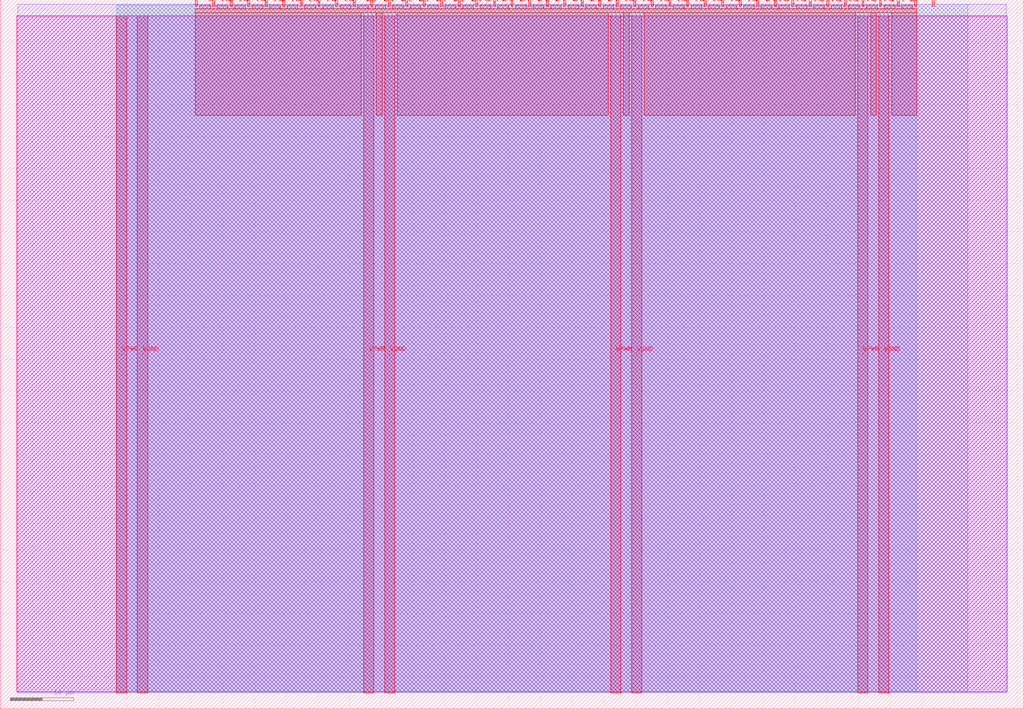
<source format=lef>
VERSION 5.7 ;
  NOWIREEXTENSIONATPIN ON ;
  DIVIDERCHAR "/" ;
  BUSBITCHARS "[]" ;
MACRO tt_um_lif_clarencechan28
  CLASS BLOCK ;
  FOREIGN tt_um_lif_clarencechan28 ;
  ORIGIN 0.000 0.000 ;
  SIZE 161.000 BY 111.520 ;
  PIN VGND
    DIRECTION INOUT ;
    USE GROUND ;
    PORT
      LAYER met4 ;
        RECT 21.580 2.480 23.180 109.040 ;
    END
    PORT
      LAYER met4 ;
        RECT 60.450 2.480 62.050 109.040 ;
    END
    PORT
      LAYER met4 ;
        RECT 99.320 2.480 100.920 109.040 ;
    END
    PORT
      LAYER met4 ;
        RECT 138.190 2.480 139.790 109.040 ;
    END
  END VGND
  PIN VPWR
    DIRECTION INOUT ;
    USE POWER ;
    PORT
      LAYER met4 ;
        RECT 18.280 2.480 19.880 109.040 ;
    END
    PORT
      LAYER met4 ;
        RECT 57.150 2.480 58.750 109.040 ;
    END
    PORT
      LAYER met4 ;
        RECT 96.020 2.480 97.620 109.040 ;
    END
    PORT
      LAYER met4 ;
        RECT 134.890 2.480 136.490 109.040 ;
    END
  END VPWR
  PIN clk
    DIRECTION INPUT ;
    USE SIGNAL ;
    ANTENNAGATEAREA 0.852000 ;
    PORT
      LAYER met4 ;
        RECT 143.830 110.520 144.130 111.520 ;
    END
  END clk
  PIN ena
    DIRECTION INPUT ;
    USE SIGNAL ;
    PORT
      LAYER met4 ;
        RECT 146.590 110.520 146.890 111.520 ;
    END
  END ena
  PIN rst_n
    DIRECTION INPUT ;
    USE SIGNAL ;
    ANTENNAGATEAREA 0.213000 ;
    PORT
      LAYER met4 ;
        RECT 141.070 110.520 141.370 111.520 ;
    END
  END rst_n
  PIN ui_in[0]
    DIRECTION INPUT ;
    USE SIGNAL ;
    ANTENNAGATEAREA 0.196500 ;
    PORT
      LAYER met4 ;
        RECT 138.310 110.520 138.610 111.520 ;
    END
  END ui_in[0]
  PIN ui_in[1]
    DIRECTION INPUT ;
    USE SIGNAL ;
    ANTENNAGATEAREA 0.196500 ;
    PORT
      LAYER met4 ;
        RECT 135.550 110.520 135.850 111.520 ;
    END
  END ui_in[1]
  PIN ui_in[2]
    DIRECTION INPUT ;
    USE SIGNAL ;
    ANTENNAGATEAREA 0.196500 ;
    PORT
      LAYER met4 ;
        RECT 132.790 110.520 133.090 111.520 ;
    END
  END ui_in[2]
  PIN ui_in[3]
    DIRECTION INPUT ;
    USE SIGNAL ;
    ANTENNAGATEAREA 0.196500 ;
    PORT
      LAYER met4 ;
        RECT 130.030 110.520 130.330 111.520 ;
    END
  END ui_in[3]
  PIN ui_in[4]
    DIRECTION INPUT ;
    USE SIGNAL ;
    ANTENNAGATEAREA 0.196500 ;
    PORT
      LAYER met4 ;
        RECT 127.270 110.520 127.570 111.520 ;
    END
  END ui_in[4]
  PIN ui_in[5]
    DIRECTION INPUT ;
    USE SIGNAL ;
    ANTENNAGATEAREA 0.196500 ;
    PORT
      LAYER met4 ;
        RECT 124.510 110.520 124.810 111.520 ;
    END
  END ui_in[5]
  PIN ui_in[6]
    DIRECTION INPUT ;
    USE SIGNAL ;
    ANTENNAGATEAREA 0.196500 ;
    PORT
      LAYER met4 ;
        RECT 121.750 110.520 122.050 111.520 ;
    END
  END ui_in[6]
  PIN ui_in[7]
    DIRECTION INPUT ;
    USE SIGNAL ;
    ANTENNAGATEAREA 0.196500 ;
    PORT
      LAYER met4 ;
        RECT 118.990 110.520 119.290 111.520 ;
    END
  END ui_in[7]
  PIN uio_in[0]
    DIRECTION INPUT ;
    USE SIGNAL ;
    PORT
      LAYER met4 ;
        RECT 116.230 110.520 116.530 111.520 ;
    END
  END uio_in[0]
  PIN uio_in[1]
    DIRECTION INPUT ;
    USE SIGNAL ;
    PORT
      LAYER met4 ;
        RECT 113.470 110.520 113.770 111.520 ;
    END
  END uio_in[1]
  PIN uio_in[2]
    DIRECTION INPUT ;
    USE SIGNAL ;
    PORT
      LAYER met4 ;
        RECT 110.710 110.520 111.010 111.520 ;
    END
  END uio_in[2]
  PIN uio_in[3]
    DIRECTION INPUT ;
    USE SIGNAL ;
    PORT
      LAYER met4 ;
        RECT 107.950 110.520 108.250 111.520 ;
    END
  END uio_in[3]
  PIN uio_in[4]
    DIRECTION INPUT ;
    USE SIGNAL ;
    PORT
      LAYER met4 ;
        RECT 105.190 110.520 105.490 111.520 ;
    END
  END uio_in[4]
  PIN uio_in[5]
    DIRECTION INPUT ;
    USE SIGNAL ;
    PORT
      LAYER met4 ;
        RECT 102.430 110.520 102.730 111.520 ;
    END
  END uio_in[5]
  PIN uio_in[6]
    DIRECTION INPUT ;
    USE SIGNAL ;
    PORT
      LAYER met4 ;
        RECT 99.670 110.520 99.970 111.520 ;
    END
  END uio_in[6]
  PIN uio_in[7]
    DIRECTION INPUT ;
    USE SIGNAL ;
    PORT
      LAYER met4 ;
        RECT 96.910 110.520 97.210 111.520 ;
    END
  END uio_in[7]
  PIN uio_oe[0]
    DIRECTION OUTPUT ;
    USE SIGNAL ;
    PORT
      LAYER met4 ;
        RECT 49.990 110.520 50.290 111.520 ;
    END
  END uio_oe[0]
  PIN uio_oe[1]
    DIRECTION OUTPUT ;
    USE SIGNAL ;
    PORT
      LAYER met4 ;
        RECT 47.230 110.520 47.530 111.520 ;
    END
  END uio_oe[1]
  PIN uio_oe[2]
    DIRECTION OUTPUT ;
    USE SIGNAL ;
    PORT
      LAYER met4 ;
        RECT 44.470 110.520 44.770 111.520 ;
    END
  END uio_oe[2]
  PIN uio_oe[3]
    DIRECTION OUTPUT ;
    USE SIGNAL ;
    PORT
      LAYER met4 ;
        RECT 41.710 110.520 42.010 111.520 ;
    END
  END uio_oe[3]
  PIN uio_oe[4]
    DIRECTION OUTPUT ;
    USE SIGNAL ;
    PORT
      LAYER met4 ;
        RECT 38.950 110.520 39.250 111.520 ;
    END
  END uio_oe[4]
  PIN uio_oe[5]
    DIRECTION OUTPUT ;
    USE SIGNAL ;
    PORT
      LAYER met4 ;
        RECT 36.190 110.520 36.490 111.520 ;
    END
  END uio_oe[5]
  PIN uio_oe[6]
    DIRECTION OUTPUT ;
    USE SIGNAL ;
    PORT
      LAYER met4 ;
        RECT 33.430 110.520 33.730 111.520 ;
    END
  END uio_oe[6]
  PIN uio_oe[7]
    DIRECTION OUTPUT ;
    USE SIGNAL ;
    PORT
      LAYER met4 ;
        RECT 30.670 110.520 30.970 111.520 ;
    END
  END uio_oe[7]
  PIN uio_out[0]
    DIRECTION OUTPUT ;
    USE SIGNAL ;
    PORT
      LAYER met4 ;
        RECT 72.070 110.520 72.370 111.520 ;
    END
  END uio_out[0]
  PIN uio_out[1]
    DIRECTION OUTPUT ;
    USE SIGNAL ;
    PORT
      LAYER met4 ;
        RECT 69.310 110.520 69.610 111.520 ;
    END
  END uio_out[1]
  PIN uio_out[2]
    DIRECTION OUTPUT ;
    USE SIGNAL ;
    PORT
      LAYER met4 ;
        RECT 66.550 110.520 66.850 111.520 ;
    END
  END uio_out[2]
  PIN uio_out[3]
    DIRECTION OUTPUT ;
    USE SIGNAL ;
    PORT
      LAYER met4 ;
        RECT 63.790 110.520 64.090 111.520 ;
    END
  END uio_out[3]
  PIN uio_out[4]
    DIRECTION OUTPUT ;
    USE SIGNAL ;
    PORT
      LAYER met4 ;
        RECT 61.030 110.520 61.330 111.520 ;
    END
  END uio_out[4]
  PIN uio_out[5]
    DIRECTION OUTPUT ;
    USE SIGNAL ;
    PORT
      LAYER met4 ;
        RECT 58.270 110.520 58.570 111.520 ;
    END
  END uio_out[5]
  PIN uio_out[6]
    DIRECTION OUTPUT ;
    USE SIGNAL ;
    PORT
      LAYER met4 ;
        RECT 55.510 110.520 55.810 111.520 ;
    END
  END uio_out[6]
  PIN uio_out[7]
    DIRECTION OUTPUT ;
    USE SIGNAL ;
    ANTENNADIFFAREA 0.445500 ;
    PORT
      LAYER met4 ;
        RECT 52.750 110.520 53.050 111.520 ;
    END
  END uio_out[7]
  PIN uo_out[0]
    DIRECTION OUTPUT ;
    USE SIGNAL ;
    ANTENNADIFFAREA 0.445500 ;
    PORT
      LAYER met4 ;
        RECT 94.150 110.520 94.450 111.520 ;
    END
  END uo_out[0]
  PIN uo_out[1]
    DIRECTION OUTPUT ;
    USE SIGNAL ;
    ANTENNAGATEAREA 0.495000 ;
    ANTENNADIFFAREA 0.891000 ;
    PORT
      LAYER met4 ;
        RECT 91.390 110.520 91.690 111.520 ;
    END
  END uo_out[1]
  PIN uo_out[2]
    DIRECTION OUTPUT ;
    USE SIGNAL ;
    ANTENNAGATEAREA 0.373500 ;
    ANTENNADIFFAREA 0.891000 ;
    PORT
      LAYER met4 ;
        RECT 88.630 110.520 88.930 111.520 ;
    END
  END uo_out[2]
  PIN uo_out[3]
    DIRECTION OUTPUT ;
    USE SIGNAL ;
    ANTENNAGATEAREA 1.485000 ;
    ANTENNADIFFAREA 0.891000 ;
    PORT
      LAYER met4 ;
        RECT 85.870 110.520 86.170 111.520 ;
    END
  END uo_out[3]
  PIN uo_out[4]
    DIRECTION OUTPUT ;
    USE SIGNAL ;
    ANTENNAGATEAREA 1.485000 ;
    ANTENNADIFFAREA 0.891000 ;
    PORT
      LAYER met4 ;
        RECT 83.110 110.520 83.410 111.520 ;
    END
  END uo_out[4]
  PIN uo_out[5]
    DIRECTION OUTPUT ;
    USE SIGNAL ;
    ANTENNAGATEAREA 1.363500 ;
    ANTENNADIFFAREA 0.891000 ;
    PORT
      LAYER met4 ;
        RECT 80.350 110.520 80.650 111.520 ;
    END
  END uo_out[5]
  PIN uo_out[6]
    DIRECTION OUTPUT ;
    USE SIGNAL ;
    ANTENNAGATEAREA 1.611000 ;
    ANTENNADIFFAREA 0.891000 ;
    PORT
      LAYER met4 ;
        RECT 77.590 110.520 77.890 111.520 ;
    END
  END uo_out[6]
  PIN uo_out[7]
    DIRECTION OUTPUT ;
    USE SIGNAL ;
    ANTENNAGATEAREA 1.611000 ;
    ANTENNADIFFAREA 0.891000 ;
    PORT
      LAYER met4 ;
        RECT 74.830 110.520 75.130 111.520 ;
    END
  END uo_out[7]
  OBS
      LAYER nwell ;
        RECT 2.570 2.635 158.430 108.990 ;
      LAYER li1 ;
        RECT 2.760 2.635 158.240 108.885 ;
      LAYER met1 ;
        RECT 2.760 2.480 158.240 110.800 ;
      LAYER met2 ;
        RECT 18.310 2.535 152.160 110.830 ;
      LAYER met3 ;
        RECT 18.290 2.555 144.170 110.665 ;
      LAYER met4 ;
        RECT 31.370 110.120 33.030 110.665 ;
        RECT 34.130 110.120 35.790 110.665 ;
        RECT 36.890 110.120 38.550 110.665 ;
        RECT 39.650 110.120 41.310 110.665 ;
        RECT 42.410 110.120 44.070 110.665 ;
        RECT 45.170 110.120 46.830 110.665 ;
        RECT 47.930 110.120 49.590 110.665 ;
        RECT 50.690 110.120 52.350 110.665 ;
        RECT 53.450 110.120 55.110 110.665 ;
        RECT 56.210 110.120 57.870 110.665 ;
        RECT 58.970 110.120 60.630 110.665 ;
        RECT 61.730 110.120 63.390 110.665 ;
        RECT 64.490 110.120 66.150 110.665 ;
        RECT 67.250 110.120 68.910 110.665 ;
        RECT 70.010 110.120 71.670 110.665 ;
        RECT 72.770 110.120 74.430 110.665 ;
        RECT 75.530 110.120 77.190 110.665 ;
        RECT 78.290 110.120 79.950 110.665 ;
        RECT 81.050 110.120 82.710 110.665 ;
        RECT 83.810 110.120 85.470 110.665 ;
        RECT 86.570 110.120 88.230 110.665 ;
        RECT 89.330 110.120 90.990 110.665 ;
        RECT 92.090 110.120 93.750 110.665 ;
        RECT 94.850 110.120 96.510 110.665 ;
        RECT 97.610 110.120 99.270 110.665 ;
        RECT 100.370 110.120 102.030 110.665 ;
        RECT 103.130 110.120 104.790 110.665 ;
        RECT 105.890 110.120 107.550 110.665 ;
        RECT 108.650 110.120 110.310 110.665 ;
        RECT 111.410 110.120 113.070 110.665 ;
        RECT 114.170 110.120 115.830 110.665 ;
        RECT 116.930 110.120 118.590 110.665 ;
        RECT 119.690 110.120 121.350 110.665 ;
        RECT 122.450 110.120 124.110 110.665 ;
        RECT 125.210 110.120 126.870 110.665 ;
        RECT 127.970 110.120 129.630 110.665 ;
        RECT 130.730 110.120 132.390 110.665 ;
        RECT 133.490 110.120 135.150 110.665 ;
        RECT 136.250 110.120 137.910 110.665 ;
        RECT 139.010 110.120 140.670 110.665 ;
        RECT 141.770 110.120 143.430 110.665 ;
        RECT 30.655 109.440 144.145 110.120 ;
        RECT 30.655 93.335 56.750 109.440 ;
        RECT 59.150 93.335 60.050 109.440 ;
        RECT 62.450 93.335 95.620 109.440 ;
        RECT 98.020 93.335 98.920 109.440 ;
        RECT 101.320 93.335 134.490 109.440 ;
        RECT 136.890 93.335 137.790 109.440 ;
        RECT 140.190 93.335 144.145 109.440 ;
  END
END tt_um_lif_clarencechan28
END LIBRARY


</source>
